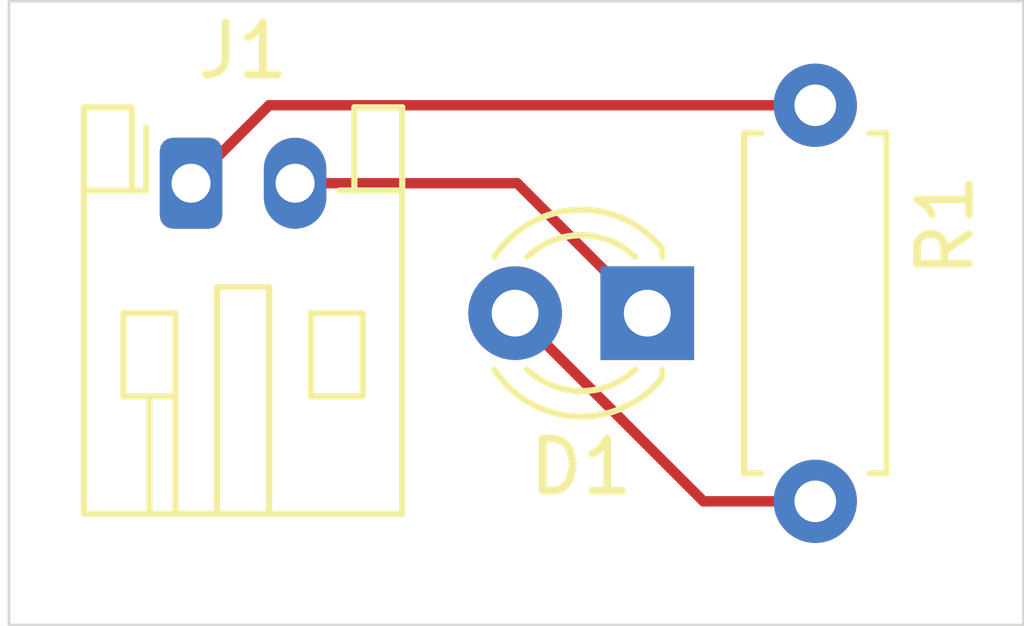
<source format=kicad_pcb>
(kicad_pcb (version 20240108) (generator "pcbnew") (generator_version "8.0")
  (layers (0 "F.Cu" signal) (31 "B.Cu" signal) (34 "B.Paste" user) (35 "F.Paste" user) (36 "B.SilkS" user "B.Silkscreen") (37 "F.SilkS" user "F.Silkscreen") (38 "B.Mask" user) (39 "F.Mask" user) (44 "Edge.Cuts" user))
  (net 0 "")
  (net 1 "Net-(D1-A)")
  (net 2 "Net-(D1-K)")
  (net 3 "Net-(J1-Pin_1)")
  (footprint "LED_THT:LED_D3.0mm" (layer "F.Cu") (at 24.27 18 180)
    (property "Reference" "D1" (at 1.27 -2.96 0) (layer "F.SilkS"))
    (property "Value" "LED")
    (fp_line (start -0.29 1.08) (end -0.29 1.236) (stroke (width 0.12)) (layer "F.SilkS"))
    (fp_line (start -0.29 -1.236) (end -0.29 -1.08) (stroke (width 0.12)) (layer "F.SilkS"))
    (fp_arc (start 2.941397 1.080061) (mid 1.365624 1.987701) (end -0.29 1.235516) (stroke (width 0.12)) (layer "F.SilkS"))
    (fp_arc (start 2.31091 1.080049) (mid 1.269965 1.5) (end 0.229039 1.08) (stroke (width 0.12)) (layer "F.SilkS"))
    (fp_arc (start 0.229039 -1.08) (mid 1.269965 -1.5) (end 2.31091 -1.080049) (stroke (width 0.12)) (layer "F.SilkS"))
    (fp_arc (start -0.29 -1.235516) (mid 1.365624 -1.987701) (end 2.941397 -1.080061) (stroke (width 0.12)) (layer "F.SilkS"))
    (pad "1" thru_hole rect (at 0 0 180) (size 1.8 1.8) (drill 0.9) (layers "*.Cu" "*.Mask") (net 2 "Net-(D1-K)"))
    (pad "2" thru_hole circle (at 2.54 0 180) (size 1.8 1.8) (drill 0.9) (layers "*.Cu" "*.Mask") (net 1 "Net-(D1-A)"))
  )
  (footprint "Connector_JST:JST_PH_S2B-PH-K_1x02_P2.00mm_Horizontal" (layer "F.Cu") (at 15.5 15.5)
    (property "Reference" "J1" (at 1 -2.55 360) (layer "F.SilkS"))
    (property "Value" "Conn_02x01")
    (fp_line (start -2.06 -1.46) (end -2.06 6.36) (stroke (width 0.12)) (layer "F.SilkS"))
    (fp_line (start -2.06 0.14) (end -1.14 0.14) (stroke (width 0.12)) (layer "F.SilkS"))
    (fp_line (start -2.06 6.36) (end 4.06 6.36) (stroke (width 0.12)) (layer "F.SilkS"))
    (fp_line (start -1.3 2.5) (end -1.3 4.1) (stroke (width 0.12)) (layer "F.SilkS"))
    (fp_line (start -1.3 4.1) (end -0.3 4.1) (stroke (width 0.12)) (layer "F.SilkS"))
    (fp_line (start -1.14 -1.46) (end -2.06 -1.46) (stroke (width 0.12)) (layer "F.SilkS"))
    (fp_line (start -1.14 0.14) (end -1.14 -1.46) (stroke (width 0.12)) (layer "F.SilkS"))
    (fp_line (start -0.86 0.14) (end -1.14 0.14) (stroke (width 0.12)) (layer "F.SilkS"))
    (fp_line (start -0.86 0.14) (end -0.86 -1.075) (stroke (width 0.12)) (layer "F.SilkS"))
    (fp_line (start -0.8 4.1) (end -0.8 6.36) (stroke (width 0.12)) (layer "F.SilkS"))
    (fp_line (start -0.3 2.5) (end -1.3 2.5) (stroke (width 0.12)) (layer "F.SilkS"))
    (fp_line (start -0.3 4.1) (end -0.3 2.5) (stroke (width 0.12)) (layer "F.SilkS"))
    (fp_line (start -0.3 4.1) (end -0.3 6.36) (stroke (width 0.12)) (layer "F.SilkS"))
    (fp_line (start 0.5 2) (end 1.5 2) (stroke (width 0.12)) (layer "F.SilkS"))
    (fp_line (start 0.5 6.36) (end 0.5 2) (stroke (width 0.12)) (layer "F.SilkS"))
    (fp_line (start 1.5 2) (end 1.5 6.36) (stroke (width 0.12)) (layer "F.SilkS"))
    (fp_line (start 2.3 2.5) (end 3.3 2.5) (stroke (width 0.12)) (layer "F.SilkS"))
    (fp_line (start 2.3 4.1) (end 2.3 2.5) (stroke (width 0.12)) (layer "F.SilkS"))
    (fp_line (start 3.14 -1.46) (end 3.14 0.14) (stroke (width 0.12)) (layer "F.SilkS"))
    (fp_line (start 3.14 0.14) (end 2.86 0.14) (stroke (width 0.12)) (layer "F.SilkS"))
    (fp_line (start 3.3 2.5) (end 3.3 4.1) (stroke (width 0.12)) (layer "F.SilkS"))
    (fp_line (start 3.3 4.1) (end 2.3 4.1) (stroke (width 0.12)) (layer "F.SilkS"))
    (fp_line (start 4.06 -1.46) (end 3.14 -1.46) (stroke (width 0.12)) (layer "F.SilkS"))
    (fp_line (start 4.06 0.14) (end 3.14 0.14) (stroke (width 0.12)) (layer "F.SilkS"))
    (fp_line (start 4.06 6.36) (end 4.06 -1.46) (stroke (width 0.12)) (layer "F.SilkS"))
    (pad "1" thru_hole roundrect (at 0 0) (size 1.2 1.75) (drill 0.75) (layers "*.Cu" "*.Mask") (roundrect_rratio 0.208333) (net 3 "Net-(J1-Pin_1)"))
    (pad "2" thru_hole oval (at 2 0) (size 1.2 1.75) (drill 0.75) (layers "*.Cu" "*.Mask") (net 2 "Net-(D1-K)"))
  )
  (footprint "Resistor_THT:R_Axial_DIN0207_L6.3mm_D2.5mm_P7.62mm_Horizontal" (layer "F.Cu") (at 27.5 14 -90)
    (property "Reference" "R1" (at 2.31 -2.5 90) (layer "F.SilkS"))
    (property "Value" "85Ω")
    (fp_line (start 0.54 1.37) (end 7.08 1.37) (stroke (width 0.12)) (layer "F.SilkS"))
    (fp_line (start 7.08 1.37) (end 7.08 1.04) (stroke (width 0.12)) (layer "F.SilkS"))
    (fp_line (start 0.54 1.04) (end 0.54 1.37) (stroke (width 0.12)) (layer "F.SilkS"))
    (fp_line (start 0.54 -1.04) (end 0.54 -1.37) (stroke (width 0.12)) (layer "F.SilkS"))
    (fp_line (start 0.54 -1.37) (end 7.08 -1.37) (stroke (width 0.12)) (layer "F.SilkS"))
    (fp_line (start 7.08 -1.37) (end 7.08 -1.04) (stroke (width 0.12)) (layer "F.SilkS"))
    (pad "1" thru_hole circle (at 0 0 270) (size 1.6 1.6) (drill 0.8) (layers "*.Cu" "*.Mask") (net 3 "Net-(J1-Pin_1)"))
    (pad "2" thru_hole oval (at 7.62 0 270) (size 1.6 1.6) (drill 0.8) (layers "*.Cu" "*.Mask") (net 1 "Net-(D1-A)"))
  )
  (gr_line (start 12 24) (end 31.5 24) (stroke (width 0.05)) (layer "Edge.Cuts"))
  (gr_line (start 12 12) (end 31.5 12) (stroke (width 0.05)) (layer "Edge.Cuts"))
  (gr_line (start 31.5 12) (end 31.5 23.5) (stroke (width 0.05)) (layer "Edge.Cuts"))
  (gr_line (start 12 12) (end 12 24) (stroke (width 0.05)) (layer "Edge.Cuts"))
  (gr_line (start 31.5 24) (end 31.5 23.5) (stroke (width 0.05)) (layer "Edge.Cuts"))
  (segment (start 21.73 18) (end 25.35 21.62) (width 0.2) (layer "F.Cu") (net 1))
  (segment (start 25.35 21.62) (end 27.5 21.62) (width 0.2) (layer "F.Cu") (net 1))
  (segment (start 24.27 18) (end 21.77 15.5) (width 0.2) (layer "F.Cu") (net 2))
  (segment (start 21.77 15.5) (end 17.5 15.5) (width 0.2) (layer "F.Cu") (net 2))
  (segment (start 15.5 15.5) (end 17 14) (width 0.2) (layer "F.Cu") (net 3))
  (segment (start 17 14) (end 27.5 14) (width 0.2) (layer "F.Cu") (net 3))
)
</source>
